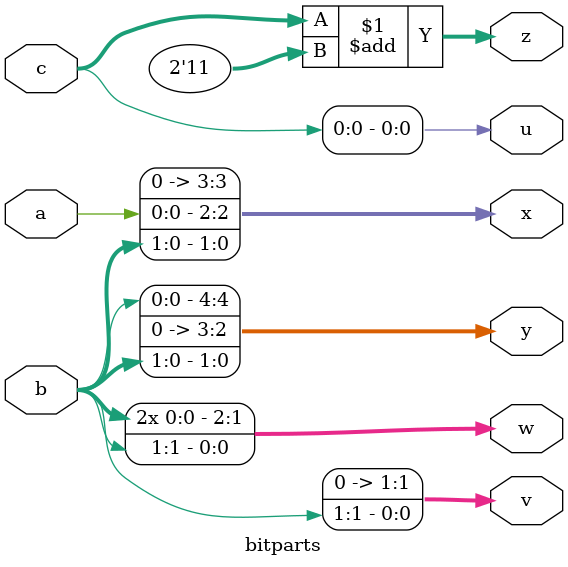
<source format=sv>
module bitparts
      (input    logic       a,
       input    logic [1:0] b,
       input    logic [2:0] c,
       output   logic       u,
       output   logic [1:0] v,
       output   logic [2:0] w,
       output   logic [3:0] x,
       output   logic [4:0] y,
       output   logic [5:0] z
      ) ;

     assign u = c ;
     assign {v,w[1]} = b ;
     assign {w[0],w[2]} = b ;
     assign x = {a, b} ;
     assign y = {b, 2'b00, b} ;
     assign z = c + 2'b11 ;
  
endmodule


/*
 After setting
    a:    1
    b:    11
    c:    111
 Result is
    u:    1
    v:    01
    w:    111
    x:    0111
    y:    10011
    z:    001010
*/

</source>
